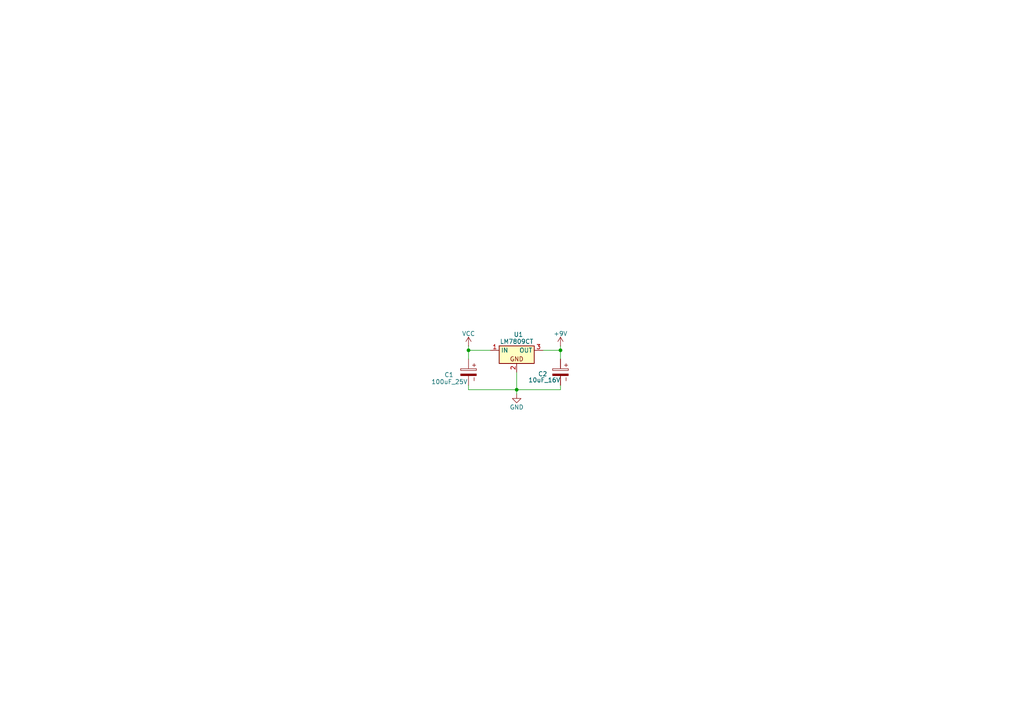
<source format=kicad_sch>
(kicad_sch (version 20250114) (generator "eeschema") (generator_version "9.0")
  (paper "A4")
  (lib_symbols
    (symbol "PCM_SL_Capacitors:100uF_25V"
      (property "Reference" "C" (at 0 7.62 0))
      (property "Value" "100uF_25V" (at 0 5.08 0))
      (symbol "100uF_25V_0_0"
        (text "+" (at -2.032 1.524 0) (effects (font (size 1.27 1.27))))
        (text "-" (at 2.032 1.524 0) (effects (font (size 1.27 1.27))))
      )
      (symbol "100uF_25V_0_1"
        (rectangle (start -1.016 -2.286) (end -0.508 2.286))
        (rectangle (start 0.508 -2.286) (end 1.016 2.286) (fill (type outline)))
      )
      (symbol "100uF_25V_1_1"
        (pin passive line (at -3.81 0 0) (length 2.7) (name "~") (number "1"))
        (pin input line (at 3.81 0 180) (length 2.7) (name "~") (number "2"))
      )
    )
    (symbol "PCM_SL_Capacitors:10uF_16V"
      (property "Reference" "C" (at 0 7.62 0))
      (property "Value" "10uF_16V" (at 0 5.08 0))
      (symbol "10uF_16V_0_0"
        (text "+" (at -2.032 1.524 0) (effects (font (size 1.27 1.27))))
        (text "-" (at 2.032 1.524 0) (effects (font (size 1.27 1.27))))
      )
      (symbol "10uF_16V_0_1"
        (rectangle (start -1.016 -2.286) (end -0.508 2.286))
        (rectangle (start 0.508 -2.286) (end 1.016 2.286) (fill (type outline)))
      )
      (symbol "10uF_16V_1_1"
        (pin passive line (at -3.81 0 0) (length 2.7) (name "~") (number "1"))
        (pin input line (at 3.81 0 180) (length 2.7) (name "~") (number "2"))
      )
    )
    (symbol "PCM_Voltage_Regulator_AKL:LM7809CT"
      (property "Reference" "U" (at 0 6.35 0))
      (property "Value" "LM7809CT" (at 0 3.81 0))
      (symbol "LM7809CT_0_0"
        (rectangle (start -5.08 1.27) (end 5.08 -3.81) (stroke (width 0.254)) (fill (type background)))
        (text "GND" (at 0 -2.54 0) (effects (font (size 1.27 1.27))))
      )
      (symbol "LM7809CT_1_1"
        (pin power_in line (at -7.62 0 0) (length 2.54) (name "IN") (number "1"))
        (pin power_in line (at 0 -6.35 90) (length 2.54) (name "~") (number "2"))
        (pin power_out line (at 7.62 0 180) (length 2.54) (name "OUT") (number "3"))
      )
    )
    (symbol "power:+9V" (power) (pin_numbers (hide yes)) (pin_names (offset 0) (hide yes))
      (property "Value" "+9V" (at 0 3.556 0))
      (symbol "+9V_0_1"
        (polyline (pts (xy -0.762 1.27) (xy 0 2.54)))
        (polyline (pts (xy 0 2.54) (xy 0.762 1.27)))
        (polyline (pts (xy 0 0) (xy 0 2.54)))
      )
      (symbol "+9V_1_1"
        (pin power_in line (at 0 0 90) (length 0) (name "~") (number "1"))
      )
    )
    (symbol "power:GND" (power) (pin_numbers (hide yes)) (pin_names (offset 0) (hide yes))
      (property "Value" "GND" (at 0 -3.81 0))
      (symbol "GND_0_1"
        (polyline (pts (xy 0 0) (xy 0 -1.27) (xy 1.27 -1.27) (xy 0 -2.54) (xy -1.27 -1.27) (xy 0 -1.27)))
      )
      (symbol "GND_1_1"
        (pin power_in line (at 0 0 270) (length 0) (name "~") (number "1"))
      )
    )
    (symbol "power:VCC" (power) (pin_numbers (hide yes)) (pin_names (offset 0) (hide yes))
      (property "Value" "VCC" (at 0 3.556 0))
      (symbol "VCC_0_1"
        (polyline (pts (xy -0.762 1.27) (xy 0 2.54)))
        (polyline (pts (xy 0 2.54) (xy 0.762 1.27)))
        (polyline (pts (xy 0 0) (xy 0 2.54)))
      )
      (symbol "VCC_1_1"
        (pin power_in line (at 0 0 90) (length 0) (name "~") (number "1"))
      )
    )
  )
  (junction (at 135.89 101.6))
  (junction (at 149.86 113.03))
  (junction (at 162.56 101.6))
  (wire (pts (xy 135.89 100.33) (xy 135.89 101.6)))
  (wire (pts (xy 135.89 113.03) (xy 149.86 113.03)))
  (wire (pts (xy 135.89 101.6) (xy 135.89 104.14)))
  (wire (pts (xy 135.89 101.6) (xy 142.24 101.6)))
  (wire (pts (xy 149.86 113.03) (xy 149.86 114.3)))
  (wire (pts (xy 149.86 113.03) (xy 162.56 113.03)))
  (wire (pts (xy 162.56 111.76) (xy 162.56 113.03)))
  (wire (pts (xy 162.56 100.33) (xy 162.56 101.6)))
  (wire (pts (xy 162.56 101.6) (xy 162.56 104.14)))
  (wire (pts (xy 135.89 111.76) (xy 135.89 113.03)))
  (wire (pts (xy 149.86 107.95) (xy 149.86 113.03)))
  (wire (pts (xy 157.48 101.6) (xy 162.56 101.6)))
  (symbol (lib_id "PCM_Voltage_Regulator_AKL:LM7809CT") (at 149.86 101.6 0) (unit 1)
    (property "Reference" "U1" (at 150.368 97.028 0))
    (property "Value" "LM7809CT" (at 149.86 99.06 0))
    (property "Footprint" "PCM_Package_TO_SOT_THT_AKL:TO-220-3_Vertical" (effects (hide yes)))
    (property "Datasheet" "https://datasheet.octopart.com/LM7805CT-Fairchild-datasheet-5337151.pdf" (effects (hide yes)))
    (property "Description" "TO-220 9V 1A 3-terminal voltage regulator, Alternate KiCad Library" (effects (hide yes)))
  )
  (symbol (lib_id "power:+9V") (at 162.56 100.33 0) (unit 1)
    (property "Reference" "#PWR02" (effects (hide yes)))
    (property "Value" "+9V" (at 162.56 96.774 0))
    (property "Description" "Power symbol creates a global label with name \"+9V\"" (effects (hide yes)))
  )
  (symbol (lib_id "power:VCC") (at 135.89 100.33 0) (unit 1)
    (property "Reference" "#PWR04" (effects (hide yes)))
    (property "Value" "VCC" (at 135.89 96.774 0))
    (property "Description" "Power symbol creates a global label with name \"VCC\"" (effects (hide yes)))
  )
  (symbol (lib_id "power:GND") (at 149.86 114.3 0) (unit 1)
    (property "Reference" "#PWR01" (effects (hide yes)))
    (property "Value" "GND" (at 149.86 118.11 0))
    (property "Description" "Power symbol creates a global label with name \"GND\" , ground" (effects (hide yes)))
  )
  (symbol (lib_id "PCM_SL_Capacitors:100uF_25V") (at 135.89 107.95 270) (unit 1)
    (property "Reference" "C1" (at 131.572 108.712 90) (effects (justify right)))
    (property "Value" "100uF_25V" (at 135.636 110.744 90) (effects (justify right)))
    (property "Footprint" "Capacitor_THT:CP_Radial_D6.3mm_P2.50mm" (effects (hide yes)))
    (property "Description" "100uF, 25V Electrolytic Capacitor" (effects (hide yes)))
  )
  (symbol (lib_id "PCM_SL_Capacitors:10uF_16V") (at 162.56 107.95 270) (unit 1)
    (property "Reference" "C2" (at 158.75 108.458 90) (effects (justify right)))
    (property "Value" "10uF_16V" (at 162.56 110.236 90) (effects (justify right)))
    (property "Footprint" "Capacitor_THT:CP_Radial_D5.0mm_P2.00mm" (effects (hide yes)))
    (property "Description" "10uF, 16V Electrolytic Capacitor" (effects (hide yes)))
  )
)
</source>
